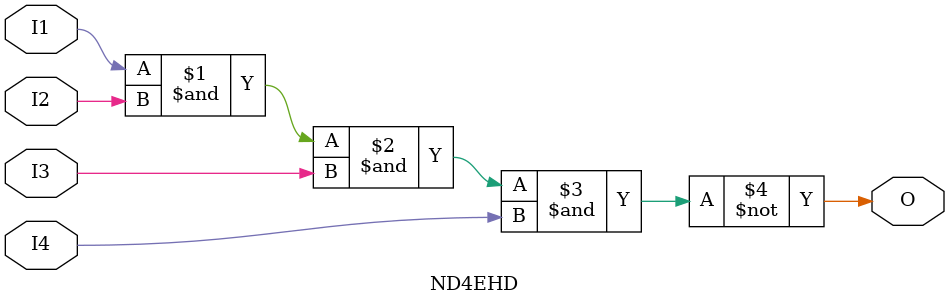
<source format=v>
`timescale 10ps/1ps

`celldefine

module ND4EHD(O, I1, I2, I3, I4);
   output O;
   input I1, I2, I3, I4;

//Function Block
`protect
   nand g1(O, I1, I2, I3, I4);

//Specify Block
   specify

      //  Module Path Delay
      (I1 *> O) = (9.24:9.24:9.24, 8.48:8.48:8.48);
      (I2 *> O) = (9.80:9.80:9.80, 8.55:8.55:8.55);
      (I3 *> O) = (9.95:9.95:9.95, 9.42:9.42:9.42);
      (I4 *> O) = (10.52:10.52:10.52, 9.49:9.49:9.49);
   endspecify
`endprotect
endmodule

`endcelldefine

</source>
